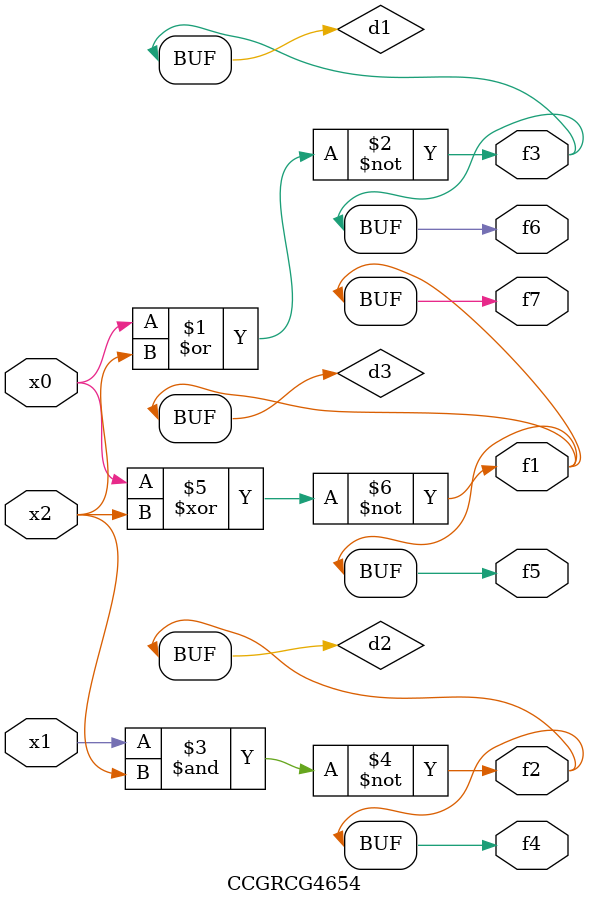
<source format=v>
module CCGRCG4654(
	input x0, x1, x2,
	output f1, f2, f3, f4, f5, f6, f7
);

	wire d1, d2, d3;

	nor (d1, x0, x2);
	nand (d2, x1, x2);
	xnor (d3, x0, x2);
	assign f1 = d3;
	assign f2 = d2;
	assign f3 = d1;
	assign f4 = d2;
	assign f5 = d3;
	assign f6 = d1;
	assign f7 = d3;
endmodule

</source>
